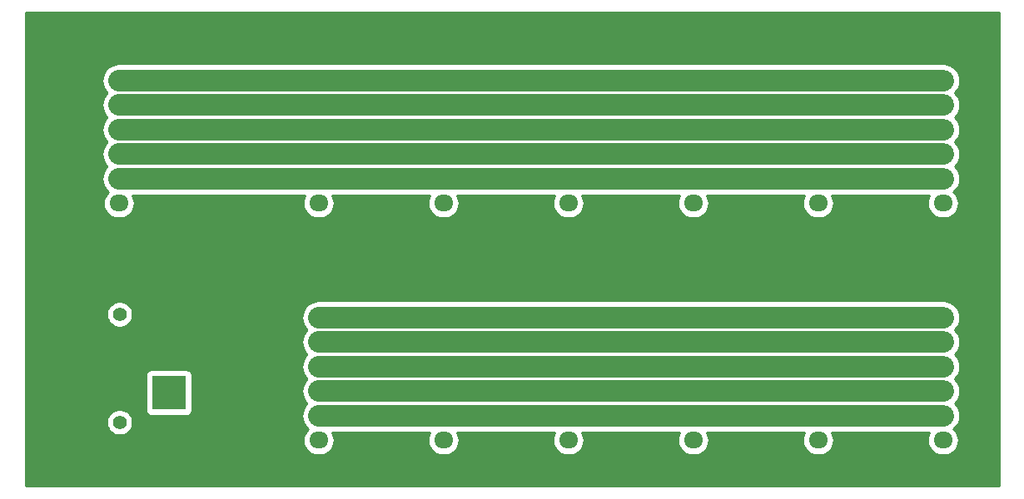
<source format=gbr>
%TF.GenerationSoftware,KiCad,Pcbnew,(5.1.9)-1*%
%TF.CreationDate,2021-11-23T19:46:46+00:00*%
%TF.ProjectId,6S parallel board,36532070-6172-4616-9c6c-656c20626f61,rev?*%
%TF.SameCoordinates,Original*%
%TF.FileFunction,Copper,L1,Top*%
%TF.FilePolarity,Positive*%
%FSLAX46Y46*%
G04 Gerber Fmt 4.6, Leading zero omitted, Abs format (unit mm)*
G04 Created by KiCad (PCBNEW (5.1.9)-1) date 2021-11-23 19:46:46*
%MOMM*%
%LPD*%
G01*
G04 APERTURE LIST*
%TA.AperFunction,ComponentPad*%
%ADD10O,1.950000X1.700000*%
%TD*%
%TA.AperFunction,ComponentPad*%
%ADD11C,1.400000*%
%TD*%
%TA.AperFunction,ComponentPad*%
%ADD12R,3.500000X3.500000*%
%TD*%
%TA.AperFunction,ComponentPad*%
%ADD13C,3.500000*%
%TD*%
%TA.AperFunction,Conductor*%
%ADD14C,2.200000*%
%TD*%
%TA.AperFunction,Conductor*%
%ADD15C,0.254000*%
%TD*%
%TA.AperFunction,Conductor*%
%ADD16C,0.100000*%
%TD*%
G04 APERTURE END LIST*
D10*
%TO.P,J14,7*%
%TO.N,GND*%
X170180000Y-130570000D03*
%TO.P,J14,6*%
%TO.N,/B6*%
X170180000Y-128070000D03*
%TO.P,J14,5*%
%TO.N,/B5*%
X170180000Y-125570000D03*
%TO.P,J14,4*%
%TO.N,/B4*%
X170180000Y-123070000D03*
%TO.P,J14,3*%
%TO.N,/B3*%
X170180000Y-120570000D03*
%TO.P,J14,2*%
%TO.N,/B2*%
X170180000Y-118070000D03*
%TO.P,J14,1*%
%TO.N,VCC*%
%TA.AperFunction,ComponentPad*%
G36*
G01*
X169455000Y-114720000D02*
X170905000Y-114720000D01*
G75*
G02*
X171155000Y-114970000I0J-250000D01*
G01*
X171155000Y-116170000D01*
G75*
G02*
X170905000Y-116420000I-250000J0D01*
G01*
X169455000Y-116420000D01*
G75*
G02*
X169205000Y-116170000I0J250000D01*
G01*
X169205000Y-114970000D01*
G75*
G02*
X169455000Y-114720000I250000J0D01*
G01*
G37*
%TD.AperFunction*%
%TD*%
%TO.P,J13,7*%
%TO.N,GND*%
X157480000Y-130570000D03*
%TO.P,J13,6*%
%TO.N,/B6*%
X157480000Y-128070000D03*
%TO.P,J13,5*%
%TO.N,/B5*%
X157480000Y-125570000D03*
%TO.P,J13,4*%
%TO.N,/B4*%
X157480000Y-123070000D03*
%TO.P,J13,3*%
%TO.N,/B3*%
X157480000Y-120570000D03*
%TO.P,J13,2*%
%TO.N,/B2*%
X157480000Y-118070000D03*
%TO.P,J13,1*%
%TO.N,VCC*%
%TA.AperFunction,ComponentPad*%
G36*
G01*
X156755000Y-114720000D02*
X158205000Y-114720000D01*
G75*
G02*
X158455000Y-114970000I0J-250000D01*
G01*
X158455000Y-116170000D01*
G75*
G02*
X158205000Y-116420000I-250000J0D01*
G01*
X156755000Y-116420000D01*
G75*
G02*
X156505000Y-116170000I0J250000D01*
G01*
X156505000Y-114970000D01*
G75*
G02*
X156755000Y-114720000I250000J0D01*
G01*
G37*
%TD.AperFunction*%
%TD*%
%TO.P,J12,7*%
%TO.N,GND*%
X144780000Y-130570000D03*
%TO.P,J12,6*%
%TO.N,/B6*%
X144780000Y-128070000D03*
%TO.P,J12,5*%
%TO.N,/B5*%
X144780000Y-125570000D03*
%TO.P,J12,4*%
%TO.N,/B4*%
X144780000Y-123070000D03*
%TO.P,J12,3*%
%TO.N,/B3*%
X144780000Y-120570000D03*
%TO.P,J12,2*%
%TO.N,/B2*%
X144780000Y-118070000D03*
%TO.P,J12,1*%
%TO.N,VCC*%
%TA.AperFunction,ComponentPad*%
G36*
G01*
X144055000Y-114720000D02*
X145505000Y-114720000D01*
G75*
G02*
X145755000Y-114970000I0J-250000D01*
G01*
X145755000Y-116170000D01*
G75*
G02*
X145505000Y-116420000I-250000J0D01*
G01*
X144055000Y-116420000D01*
G75*
G02*
X143805000Y-116170000I0J250000D01*
G01*
X143805000Y-114970000D01*
G75*
G02*
X144055000Y-114720000I250000J0D01*
G01*
G37*
%TD.AperFunction*%
%TD*%
%TO.P,J11,7*%
%TO.N,GND*%
X132080000Y-130570000D03*
%TO.P,J11,6*%
%TO.N,/B6*%
X132080000Y-128070000D03*
%TO.P,J11,5*%
%TO.N,/B5*%
X132080000Y-125570000D03*
%TO.P,J11,4*%
%TO.N,/B4*%
X132080000Y-123070000D03*
%TO.P,J11,3*%
%TO.N,/B3*%
X132080000Y-120570000D03*
%TO.P,J11,2*%
%TO.N,/B2*%
X132080000Y-118070000D03*
%TO.P,J11,1*%
%TO.N,VCC*%
%TA.AperFunction,ComponentPad*%
G36*
G01*
X131355000Y-114720000D02*
X132805000Y-114720000D01*
G75*
G02*
X133055000Y-114970000I0J-250000D01*
G01*
X133055000Y-116170000D01*
G75*
G02*
X132805000Y-116420000I-250000J0D01*
G01*
X131355000Y-116420000D01*
G75*
G02*
X131105000Y-116170000I0J250000D01*
G01*
X131105000Y-114970000D01*
G75*
G02*
X131355000Y-114720000I250000J0D01*
G01*
G37*
%TD.AperFunction*%
%TD*%
%TO.P,J10,7*%
%TO.N,GND*%
X119380000Y-130570000D03*
%TO.P,J10,6*%
%TO.N,/B6*%
X119380000Y-128070000D03*
%TO.P,J10,5*%
%TO.N,/B5*%
X119380000Y-125570000D03*
%TO.P,J10,4*%
%TO.N,/B4*%
X119380000Y-123070000D03*
%TO.P,J10,3*%
%TO.N,/B3*%
X119380000Y-120570000D03*
%TO.P,J10,2*%
%TO.N,/B2*%
X119380000Y-118070000D03*
%TO.P,J10,1*%
%TO.N,VCC*%
%TA.AperFunction,ComponentPad*%
G36*
G01*
X118655000Y-114720000D02*
X120105000Y-114720000D01*
G75*
G02*
X120355000Y-114970000I0J-250000D01*
G01*
X120355000Y-116170000D01*
G75*
G02*
X120105000Y-116420000I-250000J0D01*
G01*
X118655000Y-116420000D01*
G75*
G02*
X118405000Y-116170000I0J250000D01*
G01*
X118405000Y-114970000D01*
G75*
G02*
X118655000Y-114720000I250000J0D01*
G01*
G37*
%TD.AperFunction*%
%TD*%
%TO.P,J9,7*%
%TO.N,GND*%
X106680000Y-130570000D03*
%TO.P,J9,6*%
%TO.N,/B6*%
X106680000Y-128070000D03*
%TO.P,J9,5*%
%TO.N,/B5*%
X106680000Y-125570000D03*
%TO.P,J9,4*%
%TO.N,/B4*%
X106680000Y-123070000D03*
%TO.P,J9,3*%
%TO.N,/B3*%
X106680000Y-120570000D03*
%TO.P,J9,2*%
%TO.N,/B2*%
X106680000Y-118070000D03*
%TO.P,J9,1*%
%TO.N,VCC*%
%TA.AperFunction,ComponentPad*%
G36*
G01*
X105955000Y-114720000D02*
X107405000Y-114720000D01*
G75*
G02*
X107655000Y-114970000I0J-250000D01*
G01*
X107655000Y-116170000D01*
G75*
G02*
X107405000Y-116420000I-250000J0D01*
G01*
X105955000Y-116420000D01*
G75*
G02*
X105705000Y-116170000I0J250000D01*
G01*
X105705000Y-114970000D01*
G75*
G02*
X105955000Y-114720000I250000J0D01*
G01*
G37*
%TD.AperFunction*%
%TD*%
%TO.P,J8,7*%
%TO.N,GND*%
X170180000Y-106440000D03*
%TO.P,J8,6*%
%TO.N,/B6*%
X170180000Y-103940000D03*
%TO.P,J8,5*%
%TO.N,/B5*%
X170180000Y-101440000D03*
%TO.P,J8,4*%
%TO.N,/B4*%
X170180000Y-98940000D03*
%TO.P,J8,3*%
%TO.N,/B3*%
X170180000Y-96440000D03*
%TO.P,J8,2*%
%TO.N,/B2*%
X170180000Y-93940000D03*
%TO.P,J8,1*%
%TO.N,VCC*%
%TA.AperFunction,ComponentPad*%
G36*
G01*
X169455000Y-90590000D02*
X170905000Y-90590000D01*
G75*
G02*
X171155000Y-90840000I0J-250000D01*
G01*
X171155000Y-92040000D01*
G75*
G02*
X170905000Y-92290000I-250000J0D01*
G01*
X169455000Y-92290000D01*
G75*
G02*
X169205000Y-92040000I0J250000D01*
G01*
X169205000Y-90840000D01*
G75*
G02*
X169455000Y-90590000I250000J0D01*
G01*
G37*
%TD.AperFunction*%
%TD*%
%TO.P,J7,7*%
%TO.N,GND*%
X157480000Y-106440000D03*
%TO.P,J7,6*%
%TO.N,/B6*%
X157480000Y-103940000D03*
%TO.P,J7,5*%
%TO.N,/B5*%
X157480000Y-101440000D03*
%TO.P,J7,4*%
%TO.N,/B4*%
X157480000Y-98940000D03*
%TO.P,J7,3*%
%TO.N,/B3*%
X157480000Y-96440000D03*
%TO.P,J7,2*%
%TO.N,/B2*%
X157480000Y-93940000D03*
%TO.P,J7,1*%
%TO.N,VCC*%
%TA.AperFunction,ComponentPad*%
G36*
G01*
X156755000Y-90590000D02*
X158205000Y-90590000D01*
G75*
G02*
X158455000Y-90840000I0J-250000D01*
G01*
X158455000Y-92040000D01*
G75*
G02*
X158205000Y-92290000I-250000J0D01*
G01*
X156755000Y-92290000D01*
G75*
G02*
X156505000Y-92040000I0J250000D01*
G01*
X156505000Y-90840000D01*
G75*
G02*
X156755000Y-90590000I250000J0D01*
G01*
G37*
%TD.AperFunction*%
%TD*%
%TO.P,J6,7*%
%TO.N,GND*%
X144780000Y-106440000D03*
%TO.P,J6,6*%
%TO.N,/B6*%
X144780000Y-103940000D03*
%TO.P,J6,5*%
%TO.N,/B5*%
X144780000Y-101440000D03*
%TO.P,J6,4*%
%TO.N,/B4*%
X144780000Y-98940000D03*
%TO.P,J6,3*%
%TO.N,/B3*%
X144780000Y-96440000D03*
%TO.P,J6,2*%
%TO.N,/B2*%
X144780000Y-93940000D03*
%TO.P,J6,1*%
%TO.N,VCC*%
%TA.AperFunction,ComponentPad*%
G36*
G01*
X144055000Y-90590000D02*
X145505000Y-90590000D01*
G75*
G02*
X145755000Y-90840000I0J-250000D01*
G01*
X145755000Y-92040000D01*
G75*
G02*
X145505000Y-92290000I-250000J0D01*
G01*
X144055000Y-92290000D01*
G75*
G02*
X143805000Y-92040000I0J250000D01*
G01*
X143805000Y-90840000D01*
G75*
G02*
X144055000Y-90590000I250000J0D01*
G01*
G37*
%TD.AperFunction*%
%TD*%
%TO.P,J5,7*%
%TO.N,GND*%
X132080000Y-106440000D03*
%TO.P,J5,6*%
%TO.N,/B6*%
X132080000Y-103940000D03*
%TO.P,J5,5*%
%TO.N,/B5*%
X132080000Y-101440000D03*
%TO.P,J5,4*%
%TO.N,/B4*%
X132080000Y-98940000D03*
%TO.P,J5,3*%
%TO.N,/B3*%
X132080000Y-96440000D03*
%TO.P,J5,2*%
%TO.N,/B2*%
X132080000Y-93940000D03*
%TO.P,J5,1*%
%TO.N,VCC*%
%TA.AperFunction,ComponentPad*%
G36*
G01*
X131355000Y-90590000D02*
X132805000Y-90590000D01*
G75*
G02*
X133055000Y-90840000I0J-250000D01*
G01*
X133055000Y-92040000D01*
G75*
G02*
X132805000Y-92290000I-250000J0D01*
G01*
X131355000Y-92290000D01*
G75*
G02*
X131105000Y-92040000I0J250000D01*
G01*
X131105000Y-90840000D01*
G75*
G02*
X131355000Y-90590000I250000J0D01*
G01*
G37*
%TD.AperFunction*%
%TD*%
%TO.P,J4,7*%
%TO.N,GND*%
X119380000Y-106440000D03*
%TO.P,J4,6*%
%TO.N,/B6*%
X119380000Y-103940000D03*
%TO.P,J4,5*%
%TO.N,/B5*%
X119380000Y-101440000D03*
%TO.P,J4,4*%
%TO.N,/B4*%
X119380000Y-98940000D03*
%TO.P,J4,3*%
%TO.N,/B3*%
X119380000Y-96440000D03*
%TO.P,J4,2*%
%TO.N,/B2*%
X119380000Y-93940000D03*
%TO.P,J4,1*%
%TO.N,VCC*%
%TA.AperFunction,ComponentPad*%
G36*
G01*
X118655000Y-90590000D02*
X120105000Y-90590000D01*
G75*
G02*
X120355000Y-90840000I0J-250000D01*
G01*
X120355000Y-92040000D01*
G75*
G02*
X120105000Y-92290000I-250000J0D01*
G01*
X118655000Y-92290000D01*
G75*
G02*
X118405000Y-92040000I0J250000D01*
G01*
X118405000Y-90840000D01*
G75*
G02*
X118655000Y-90590000I250000J0D01*
G01*
G37*
%TD.AperFunction*%
%TD*%
%TO.P,J3,7*%
%TO.N,GND*%
X106680000Y-106440000D03*
%TO.P,J3,6*%
%TO.N,/B6*%
X106680000Y-103940000D03*
%TO.P,J3,5*%
%TO.N,/B5*%
X106680000Y-101440000D03*
%TO.P,J3,4*%
%TO.N,/B4*%
X106680000Y-98940000D03*
%TO.P,J3,3*%
%TO.N,/B3*%
X106680000Y-96440000D03*
%TO.P,J3,2*%
%TO.N,/B2*%
X106680000Y-93940000D03*
%TO.P,J3,1*%
%TO.N,VCC*%
%TA.AperFunction,ComponentPad*%
G36*
G01*
X105955000Y-90590000D02*
X107405000Y-90590000D01*
G75*
G02*
X107655000Y-90840000I0J-250000D01*
G01*
X107655000Y-92040000D01*
G75*
G02*
X107405000Y-92290000I-250000J0D01*
G01*
X105955000Y-92290000D01*
G75*
G02*
X105705000Y-92040000I0J250000D01*
G01*
X105705000Y-90840000D01*
G75*
G02*
X105955000Y-90590000I250000J0D01*
G01*
G37*
%TD.AperFunction*%
%TD*%
%TO.P,J2,7*%
%TO.N,GND*%
X86360000Y-106440000D03*
%TO.P,J2,6*%
%TO.N,/B6*%
X86360000Y-103940000D03*
%TO.P,J2,5*%
%TO.N,/B5*%
X86360000Y-101440000D03*
%TO.P,J2,4*%
%TO.N,/B4*%
X86360000Y-98940000D03*
%TO.P,J2,3*%
%TO.N,/B3*%
X86360000Y-96440000D03*
%TO.P,J2,2*%
%TO.N,/B2*%
X86360000Y-93940000D03*
%TO.P,J2,1*%
%TO.N,VCC*%
%TA.AperFunction,ComponentPad*%
G36*
G01*
X85635000Y-90590000D02*
X87085000Y-90590000D01*
G75*
G02*
X87335000Y-90840000I0J-250000D01*
G01*
X87335000Y-92040000D01*
G75*
G02*
X87085000Y-92290000I-250000J0D01*
G01*
X85635000Y-92290000D01*
G75*
G02*
X85385000Y-92040000I0J250000D01*
G01*
X85385000Y-90840000D01*
G75*
G02*
X85635000Y-90590000I250000J0D01*
G01*
G37*
%TD.AperFunction*%
%TD*%
D11*
%TO.P,J1,*%
%TO.N,*%
X86440000Y-128730000D03*
X86440000Y-117730000D03*
D12*
%TO.P,J1,1*%
%TO.N,GND*%
X91440000Y-125730000D03*
D13*
%TO.P,J1,2*%
%TO.N,VCC*%
X91440000Y-120730000D03*
%TD*%
D14*
%TO.N,/B4*%
X86360000Y-98940000D02*
X170180000Y-98940000D01*
X106680000Y-123070000D02*
X170180000Y-123070000D01*
%TO.N,/B3*%
X86360000Y-96440000D02*
X170180000Y-96440000D01*
X170180000Y-120570000D02*
X106680000Y-120570000D01*
%TO.N,/B2*%
X86360000Y-93940000D02*
X170180000Y-93940000D01*
X106680000Y-118070000D02*
X170180000Y-118070000D01*
%TO.N,/B6*%
X86360000Y-103940000D02*
X170180000Y-103940000D01*
X106680000Y-128070000D02*
X170180000Y-128070000D01*
%TO.N,/B5*%
X86360000Y-101440000D02*
X170180000Y-101440000D01*
X170180000Y-125570000D02*
X106680000Y-125570000D01*
%TD*%
D15*
%TO.N,VCC*%
X175845001Y-135205000D02*
X76885000Y-135205000D01*
X76885000Y-128598514D01*
X85105000Y-128598514D01*
X85105000Y-128861486D01*
X85156304Y-129119405D01*
X85256939Y-129362359D01*
X85403038Y-129581013D01*
X85588987Y-129766962D01*
X85807641Y-129913061D01*
X86050595Y-130013696D01*
X86308514Y-130065000D01*
X86571486Y-130065000D01*
X86829405Y-130013696D01*
X87072359Y-129913061D01*
X87291013Y-129766962D01*
X87476962Y-129581013D01*
X87623061Y-129362359D01*
X87723696Y-129119405D01*
X87775000Y-128861486D01*
X87775000Y-128598514D01*
X87723696Y-128340595D01*
X87623061Y-128097641D01*
X87476962Y-127878987D01*
X87291013Y-127693038D01*
X87072359Y-127546939D01*
X86829405Y-127446304D01*
X86571486Y-127395000D01*
X86308514Y-127395000D01*
X86050595Y-127446304D01*
X85807641Y-127546939D01*
X85588987Y-127693038D01*
X85403038Y-127878987D01*
X85256939Y-128097641D01*
X85156304Y-128340595D01*
X85105000Y-128598514D01*
X76885000Y-128598514D01*
X76885000Y-123980000D01*
X89051928Y-123980000D01*
X89051928Y-127480000D01*
X89064188Y-127604482D01*
X89100498Y-127724180D01*
X89159463Y-127834494D01*
X89238815Y-127931185D01*
X89335506Y-128010537D01*
X89445820Y-128069502D01*
X89565518Y-128105812D01*
X89690000Y-128118072D01*
X93190000Y-128118072D01*
X93314482Y-128105812D01*
X93434180Y-128069502D01*
X93544494Y-128010537D01*
X93641185Y-127931185D01*
X93720537Y-127834494D01*
X93779502Y-127724180D01*
X93815812Y-127604482D01*
X93828072Y-127480000D01*
X93828072Y-123980000D01*
X93815812Y-123855518D01*
X93779502Y-123735820D01*
X93720537Y-123625506D01*
X93641185Y-123528815D01*
X93544494Y-123449463D01*
X93434180Y-123390498D01*
X93314482Y-123354188D01*
X93190000Y-123341928D01*
X89690000Y-123341928D01*
X89565518Y-123354188D01*
X89445820Y-123390498D01*
X89335506Y-123449463D01*
X89238815Y-123528815D01*
X89159463Y-123625506D01*
X89100498Y-123735820D01*
X89064188Y-123855518D01*
X89051928Y-123980000D01*
X76885000Y-123980000D01*
X76885000Y-117598514D01*
X85105000Y-117598514D01*
X85105000Y-117861486D01*
X85156304Y-118119405D01*
X85256939Y-118362359D01*
X85403038Y-118581013D01*
X85588987Y-118766962D01*
X85807641Y-118913061D01*
X86050595Y-119013696D01*
X86308514Y-119065000D01*
X86571486Y-119065000D01*
X86829405Y-119013696D01*
X87072359Y-118913061D01*
X87291013Y-118766962D01*
X87476962Y-118581013D01*
X87623061Y-118362359D01*
X87723696Y-118119405D01*
X87733523Y-118070000D01*
X104936606Y-118070000D01*
X104970105Y-118410119D01*
X105069314Y-118737168D01*
X105230421Y-119038578D01*
X105447234Y-119302766D01*
X105468234Y-119320000D01*
X105447234Y-119337234D01*
X105230421Y-119601422D01*
X105069314Y-119902832D01*
X104970105Y-120229881D01*
X104936606Y-120570000D01*
X104970105Y-120910119D01*
X105069314Y-121237168D01*
X105230421Y-121538578D01*
X105447234Y-121802766D01*
X105468234Y-121820000D01*
X105447234Y-121837234D01*
X105230421Y-122101422D01*
X105069314Y-122402832D01*
X104970105Y-122729881D01*
X104936606Y-123070000D01*
X104970105Y-123410119D01*
X105069314Y-123737168D01*
X105230421Y-124038578D01*
X105447234Y-124302766D01*
X105468234Y-124320000D01*
X105447234Y-124337234D01*
X105230421Y-124601422D01*
X105069314Y-124902832D01*
X104970105Y-125229881D01*
X104936606Y-125570000D01*
X104970105Y-125910119D01*
X105069314Y-126237168D01*
X105230421Y-126538578D01*
X105447234Y-126802766D01*
X105468234Y-126820000D01*
X105447234Y-126837234D01*
X105230421Y-127101422D01*
X105069314Y-127402832D01*
X104970105Y-127729881D01*
X104936606Y-128070000D01*
X104970105Y-128410119D01*
X105069314Y-128737168D01*
X105230421Y-129038578D01*
X105447234Y-129302766D01*
X105602772Y-129430413D01*
X105499866Y-129514866D01*
X105314294Y-129740986D01*
X105176401Y-129998966D01*
X105091487Y-130278889D01*
X105062815Y-130570000D01*
X105091487Y-130861111D01*
X105176401Y-131141034D01*
X105314294Y-131399014D01*
X105499866Y-131625134D01*
X105725986Y-131810706D01*
X105983966Y-131948599D01*
X106263889Y-132033513D01*
X106482050Y-132055000D01*
X106877950Y-132055000D01*
X107096111Y-132033513D01*
X107376034Y-131948599D01*
X107634014Y-131810706D01*
X107860134Y-131625134D01*
X108045706Y-131399014D01*
X108183599Y-131141034D01*
X108268513Y-130861111D01*
X108297185Y-130570000D01*
X108268513Y-130278889D01*
X108183599Y-129998966D01*
X108079922Y-129805000D01*
X117980078Y-129805000D01*
X117876401Y-129998966D01*
X117791487Y-130278889D01*
X117762815Y-130570000D01*
X117791487Y-130861111D01*
X117876401Y-131141034D01*
X118014294Y-131399014D01*
X118199866Y-131625134D01*
X118425986Y-131810706D01*
X118683966Y-131948599D01*
X118963889Y-132033513D01*
X119182050Y-132055000D01*
X119577950Y-132055000D01*
X119796111Y-132033513D01*
X120076034Y-131948599D01*
X120334014Y-131810706D01*
X120560134Y-131625134D01*
X120745706Y-131399014D01*
X120883599Y-131141034D01*
X120968513Y-130861111D01*
X120997185Y-130570000D01*
X120968513Y-130278889D01*
X120883599Y-129998966D01*
X120779922Y-129805000D01*
X130680078Y-129805000D01*
X130576401Y-129998966D01*
X130491487Y-130278889D01*
X130462815Y-130570000D01*
X130491487Y-130861111D01*
X130576401Y-131141034D01*
X130714294Y-131399014D01*
X130899866Y-131625134D01*
X131125986Y-131810706D01*
X131383966Y-131948599D01*
X131663889Y-132033513D01*
X131882050Y-132055000D01*
X132277950Y-132055000D01*
X132496111Y-132033513D01*
X132776034Y-131948599D01*
X133034014Y-131810706D01*
X133260134Y-131625134D01*
X133445706Y-131399014D01*
X133583599Y-131141034D01*
X133668513Y-130861111D01*
X133697185Y-130570000D01*
X133668513Y-130278889D01*
X133583599Y-129998966D01*
X133479922Y-129805000D01*
X143380078Y-129805000D01*
X143276401Y-129998966D01*
X143191487Y-130278889D01*
X143162815Y-130570000D01*
X143191487Y-130861111D01*
X143276401Y-131141034D01*
X143414294Y-131399014D01*
X143599866Y-131625134D01*
X143825986Y-131810706D01*
X144083966Y-131948599D01*
X144363889Y-132033513D01*
X144582050Y-132055000D01*
X144977950Y-132055000D01*
X145196111Y-132033513D01*
X145476034Y-131948599D01*
X145734014Y-131810706D01*
X145960134Y-131625134D01*
X146145706Y-131399014D01*
X146283599Y-131141034D01*
X146368513Y-130861111D01*
X146397185Y-130570000D01*
X146368513Y-130278889D01*
X146283599Y-129998966D01*
X146179922Y-129805000D01*
X156080078Y-129805000D01*
X155976401Y-129998966D01*
X155891487Y-130278889D01*
X155862815Y-130570000D01*
X155891487Y-130861111D01*
X155976401Y-131141034D01*
X156114294Y-131399014D01*
X156299866Y-131625134D01*
X156525986Y-131810706D01*
X156783966Y-131948599D01*
X157063889Y-132033513D01*
X157282050Y-132055000D01*
X157677950Y-132055000D01*
X157896111Y-132033513D01*
X158176034Y-131948599D01*
X158434014Y-131810706D01*
X158660134Y-131625134D01*
X158845706Y-131399014D01*
X158983599Y-131141034D01*
X159068513Y-130861111D01*
X159097185Y-130570000D01*
X159068513Y-130278889D01*
X158983599Y-129998966D01*
X158879922Y-129805000D01*
X168780078Y-129805000D01*
X168676401Y-129998966D01*
X168591487Y-130278889D01*
X168562815Y-130570000D01*
X168591487Y-130861111D01*
X168676401Y-131141034D01*
X168814294Y-131399014D01*
X168999866Y-131625134D01*
X169225986Y-131810706D01*
X169483966Y-131948599D01*
X169763889Y-132033513D01*
X169982050Y-132055000D01*
X170377950Y-132055000D01*
X170596111Y-132033513D01*
X170876034Y-131948599D01*
X171134014Y-131810706D01*
X171360134Y-131625134D01*
X171545706Y-131399014D01*
X171683599Y-131141034D01*
X171768513Y-130861111D01*
X171797185Y-130570000D01*
X171768513Y-130278889D01*
X171683599Y-129998966D01*
X171545706Y-129740986D01*
X171360134Y-129514866D01*
X171257228Y-129430413D01*
X171412766Y-129302766D01*
X171629579Y-129038578D01*
X171790686Y-128737168D01*
X171889895Y-128410119D01*
X171923394Y-128070000D01*
X171889895Y-127729881D01*
X171790686Y-127402832D01*
X171629579Y-127101422D01*
X171412766Y-126837234D01*
X171391766Y-126820000D01*
X171412766Y-126802766D01*
X171629579Y-126538578D01*
X171790686Y-126237168D01*
X171889895Y-125910119D01*
X171923394Y-125570000D01*
X171889895Y-125229881D01*
X171790686Y-124902832D01*
X171629579Y-124601422D01*
X171412766Y-124337234D01*
X171391766Y-124320000D01*
X171412766Y-124302766D01*
X171629579Y-124038578D01*
X171790686Y-123737168D01*
X171889895Y-123410119D01*
X171923394Y-123070000D01*
X171889895Y-122729881D01*
X171790686Y-122402832D01*
X171629579Y-122101422D01*
X171412766Y-121837234D01*
X171391766Y-121820000D01*
X171412766Y-121802766D01*
X171629579Y-121538578D01*
X171790686Y-121237168D01*
X171889895Y-120910119D01*
X171923394Y-120570000D01*
X171889895Y-120229881D01*
X171790686Y-119902832D01*
X171629579Y-119601422D01*
X171412766Y-119337234D01*
X171391766Y-119320000D01*
X171412766Y-119302766D01*
X171629579Y-119038578D01*
X171790686Y-118737168D01*
X171889895Y-118410119D01*
X171923394Y-118070000D01*
X171889895Y-117729881D01*
X171790686Y-117402832D01*
X171629579Y-117101422D01*
X171412766Y-116837234D01*
X171148578Y-116620421D01*
X170847168Y-116459314D01*
X170520119Y-116360105D01*
X170265225Y-116335000D01*
X106594775Y-116335000D01*
X106339881Y-116360105D01*
X106012832Y-116459314D01*
X105711422Y-116620421D01*
X105447234Y-116837234D01*
X105230421Y-117101422D01*
X105069314Y-117402832D01*
X104970105Y-117729881D01*
X104936606Y-118070000D01*
X87733523Y-118070000D01*
X87775000Y-117861486D01*
X87775000Y-117598514D01*
X87723696Y-117340595D01*
X87623061Y-117097641D01*
X87476962Y-116878987D01*
X87291013Y-116693038D01*
X87072359Y-116546939D01*
X86829405Y-116446304D01*
X86571486Y-116395000D01*
X86308514Y-116395000D01*
X86050595Y-116446304D01*
X85807641Y-116546939D01*
X85588987Y-116693038D01*
X85403038Y-116878987D01*
X85256939Y-117097641D01*
X85156304Y-117340595D01*
X85105000Y-117598514D01*
X76885000Y-117598514D01*
X76885000Y-93940000D01*
X84616606Y-93940000D01*
X84650105Y-94280119D01*
X84749314Y-94607168D01*
X84910421Y-94908578D01*
X85127234Y-95172766D01*
X85148234Y-95190000D01*
X85127234Y-95207234D01*
X84910421Y-95471422D01*
X84749314Y-95772832D01*
X84650105Y-96099881D01*
X84616606Y-96440000D01*
X84650105Y-96780119D01*
X84749314Y-97107168D01*
X84910421Y-97408578D01*
X85127234Y-97672766D01*
X85148234Y-97690000D01*
X85127234Y-97707234D01*
X84910421Y-97971422D01*
X84749314Y-98272832D01*
X84650105Y-98599881D01*
X84616606Y-98940000D01*
X84650105Y-99280119D01*
X84749314Y-99607168D01*
X84910421Y-99908578D01*
X85127234Y-100172766D01*
X85148234Y-100190000D01*
X85127234Y-100207234D01*
X84910421Y-100471422D01*
X84749314Y-100772832D01*
X84650105Y-101099881D01*
X84616606Y-101440000D01*
X84650105Y-101780119D01*
X84749314Y-102107168D01*
X84910421Y-102408578D01*
X85127234Y-102672766D01*
X85148234Y-102690000D01*
X85127234Y-102707234D01*
X84910421Y-102971422D01*
X84749314Y-103272832D01*
X84650105Y-103599881D01*
X84616606Y-103940000D01*
X84650105Y-104280119D01*
X84749314Y-104607168D01*
X84910421Y-104908578D01*
X85127234Y-105172766D01*
X85282772Y-105300413D01*
X85179866Y-105384866D01*
X84994294Y-105610986D01*
X84856401Y-105868966D01*
X84771487Y-106148889D01*
X84742815Y-106440000D01*
X84771487Y-106731111D01*
X84856401Y-107011034D01*
X84994294Y-107269014D01*
X85179866Y-107495134D01*
X85405986Y-107680706D01*
X85663966Y-107818599D01*
X85943889Y-107903513D01*
X86162050Y-107925000D01*
X86557950Y-107925000D01*
X86776111Y-107903513D01*
X87056034Y-107818599D01*
X87314014Y-107680706D01*
X87540134Y-107495134D01*
X87725706Y-107269014D01*
X87863599Y-107011034D01*
X87948513Y-106731111D01*
X87977185Y-106440000D01*
X87948513Y-106148889D01*
X87863599Y-105868966D01*
X87759922Y-105675000D01*
X105280078Y-105675000D01*
X105176401Y-105868966D01*
X105091487Y-106148889D01*
X105062815Y-106440000D01*
X105091487Y-106731111D01*
X105176401Y-107011034D01*
X105314294Y-107269014D01*
X105499866Y-107495134D01*
X105725986Y-107680706D01*
X105983966Y-107818599D01*
X106263889Y-107903513D01*
X106482050Y-107925000D01*
X106877950Y-107925000D01*
X107096111Y-107903513D01*
X107376034Y-107818599D01*
X107634014Y-107680706D01*
X107860134Y-107495134D01*
X108045706Y-107269014D01*
X108183599Y-107011034D01*
X108268513Y-106731111D01*
X108297185Y-106440000D01*
X108268513Y-106148889D01*
X108183599Y-105868966D01*
X108079922Y-105675000D01*
X117980078Y-105675000D01*
X117876401Y-105868966D01*
X117791487Y-106148889D01*
X117762815Y-106440000D01*
X117791487Y-106731111D01*
X117876401Y-107011034D01*
X118014294Y-107269014D01*
X118199866Y-107495134D01*
X118425986Y-107680706D01*
X118683966Y-107818599D01*
X118963889Y-107903513D01*
X119182050Y-107925000D01*
X119577950Y-107925000D01*
X119796111Y-107903513D01*
X120076034Y-107818599D01*
X120334014Y-107680706D01*
X120560134Y-107495134D01*
X120745706Y-107269014D01*
X120883599Y-107011034D01*
X120968513Y-106731111D01*
X120997185Y-106440000D01*
X120968513Y-106148889D01*
X120883599Y-105868966D01*
X120779922Y-105675000D01*
X130680078Y-105675000D01*
X130576401Y-105868966D01*
X130491487Y-106148889D01*
X130462815Y-106440000D01*
X130491487Y-106731111D01*
X130576401Y-107011034D01*
X130714294Y-107269014D01*
X130899866Y-107495134D01*
X131125986Y-107680706D01*
X131383966Y-107818599D01*
X131663889Y-107903513D01*
X131882050Y-107925000D01*
X132277950Y-107925000D01*
X132496111Y-107903513D01*
X132776034Y-107818599D01*
X133034014Y-107680706D01*
X133260134Y-107495134D01*
X133445706Y-107269014D01*
X133583599Y-107011034D01*
X133668513Y-106731111D01*
X133697185Y-106440000D01*
X133668513Y-106148889D01*
X133583599Y-105868966D01*
X133479922Y-105675000D01*
X143380078Y-105675000D01*
X143276401Y-105868966D01*
X143191487Y-106148889D01*
X143162815Y-106440000D01*
X143191487Y-106731111D01*
X143276401Y-107011034D01*
X143414294Y-107269014D01*
X143599866Y-107495134D01*
X143825986Y-107680706D01*
X144083966Y-107818599D01*
X144363889Y-107903513D01*
X144582050Y-107925000D01*
X144977950Y-107925000D01*
X145196111Y-107903513D01*
X145476034Y-107818599D01*
X145734014Y-107680706D01*
X145960134Y-107495134D01*
X146145706Y-107269014D01*
X146283599Y-107011034D01*
X146368513Y-106731111D01*
X146397185Y-106440000D01*
X146368513Y-106148889D01*
X146283599Y-105868966D01*
X146179922Y-105675000D01*
X156080078Y-105675000D01*
X155976401Y-105868966D01*
X155891487Y-106148889D01*
X155862815Y-106440000D01*
X155891487Y-106731111D01*
X155976401Y-107011034D01*
X156114294Y-107269014D01*
X156299866Y-107495134D01*
X156525986Y-107680706D01*
X156783966Y-107818599D01*
X157063889Y-107903513D01*
X157282050Y-107925000D01*
X157677950Y-107925000D01*
X157896111Y-107903513D01*
X158176034Y-107818599D01*
X158434014Y-107680706D01*
X158660134Y-107495134D01*
X158845706Y-107269014D01*
X158983599Y-107011034D01*
X159068513Y-106731111D01*
X159097185Y-106440000D01*
X159068513Y-106148889D01*
X158983599Y-105868966D01*
X158879922Y-105675000D01*
X168780078Y-105675000D01*
X168676401Y-105868966D01*
X168591487Y-106148889D01*
X168562815Y-106440000D01*
X168591487Y-106731111D01*
X168676401Y-107011034D01*
X168814294Y-107269014D01*
X168999866Y-107495134D01*
X169225986Y-107680706D01*
X169483966Y-107818599D01*
X169763889Y-107903513D01*
X169982050Y-107925000D01*
X170377950Y-107925000D01*
X170596111Y-107903513D01*
X170876034Y-107818599D01*
X171134014Y-107680706D01*
X171360134Y-107495134D01*
X171545706Y-107269014D01*
X171683599Y-107011034D01*
X171768513Y-106731111D01*
X171797185Y-106440000D01*
X171768513Y-106148889D01*
X171683599Y-105868966D01*
X171545706Y-105610986D01*
X171360134Y-105384866D01*
X171257228Y-105300413D01*
X171412766Y-105172766D01*
X171629579Y-104908578D01*
X171790686Y-104607168D01*
X171889895Y-104280119D01*
X171923394Y-103940000D01*
X171889895Y-103599881D01*
X171790686Y-103272832D01*
X171629579Y-102971422D01*
X171412766Y-102707234D01*
X171391766Y-102690000D01*
X171412766Y-102672766D01*
X171629579Y-102408578D01*
X171790686Y-102107168D01*
X171889895Y-101780119D01*
X171923394Y-101440000D01*
X171889895Y-101099881D01*
X171790686Y-100772832D01*
X171629579Y-100471422D01*
X171412766Y-100207234D01*
X171391766Y-100190000D01*
X171412766Y-100172766D01*
X171629579Y-99908578D01*
X171790686Y-99607168D01*
X171889895Y-99280119D01*
X171923394Y-98940000D01*
X171889895Y-98599881D01*
X171790686Y-98272832D01*
X171629579Y-97971422D01*
X171412766Y-97707234D01*
X171391766Y-97690000D01*
X171412766Y-97672766D01*
X171629579Y-97408578D01*
X171790686Y-97107168D01*
X171889895Y-96780119D01*
X171923394Y-96440000D01*
X171889895Y-96099881D01*
X171790686Y-95772832D01*
X171629579Y-95471422D01*
X171412766Y-95207234D01*
X171391766Y-95190000D01*
X171412766Y-95172766D01*
X171629579Y-94908578D01*
X171790686Y-94607168D01*
X171889895Y-94280119D01*
X171923394Y-93940000D01*
X171889895Y-93599881D01*
X171790686Y-93272832D01*
X171629579Y-92971422D01*
X171412766Y-92707234D01*
X171148578Y-92490421D01*
X170847168Y-92329314D01*
X170520119Y-92230105D01*
X170265225Y-92205000D01*
X86274775Y-92205000D01*
X86019881Y-92230105D01*
X85692832Y-92329314D01*
X85391422Y-92490421D01*
X85127234Y-92707234D01*
X84910421Y-92971422D01*
X84749314Y-93272832D01*
X84650105Y-93599881D01*
X84616606Y-93940000D01*
X76885000Y-93940000D01*
X76885000Y-87045000D01*
X175845000Y-87045000D01*
X175845001Y-135205000D01*
%TA.AperFunction,Conductor*%
D16*
G36*
X175845001Y-135205000D02*
G01*
X76885000Y-135205000D01*
X76885000Y-128598514D01*
X85105000Y-128598514D01*
X85105000Y-128861486D01*
X85156304Y-129119405D01*
X85256939Y-129362359D01*
X85403038Y-129581013D01*
X85588987Y-129766962D01*
X85807641Y-129913061D01*
X86050595Y-130013696D01*
X86308514Y-130065000D01*
X86571486Y-130065000D01*
X86829405Y-130013696D01*
X87072359Y-129913061D01*
X87291013Y-129766962D01*
X87476962Y-129581013D01*
X87623061Y-129362359D01*
X87723696Y-129119405D01*
X87775000Y-128861486D01*
X87775000Y-128598514D01*
X87723696Y-128340595D01*
X87623061Y-128097641D01*
X87476962Y-127878987D01*
X87291013Y-127693038D01*
X87072359Y-127546939D01*
X86829405Y-127446304D01*
X86571486Y-127395000D01*
X86308514Y-127395000D01*
X86050595Y-127446304D01*
X85807641Y-127546939D01*
X85588987Y-127693038D01*
X85403038Y-127878987D01*
X85256939Y-128097641D01*
X85156304Y-128340595D01*
X85105000Y-128598514D01*
X76885000Y-128598514D01*
X76885000Y-123980000D01*
X89051928Y-123980000D01*
X89051928Y-127480000D01*
X89064188Y-127604482D01*
X89100498Y-127724180D01*
X89159463Y-127834494D01*
X89238815Y-127931185D01*
X89335506Y-128010537D01*
X89445820Y-128069502D01*
X89565518Y-128105812D01*
X89690000Y-128118072D01*
X93190000Y-128118072D01*
X93314482Y-128105812D01*
X93434180Y-128069502D01*
X93544494Y-128010537D01*
X93641185Y-127931185D01*
X93720537Y-127834494D01*
X93779502Y-127724180D01*
X93815812Y-127604482D01*
X93828072Y-127480000D01*
X93828072Y-123980000D01*
X93815812Y-123855518D01*
X93779502Y-123735820D01*
X93720537Y-123625506D01*
X93641185Y-123528815D01*
X93544494Y-123449463D01*
X93434180Y-123390498D01*
X93314482Y-123354188D01*
X93190000Y-123341928D01*
X89690000Y-123341928D01*
X89565518Y-123354188D01*
X89445820Y-123390498D01*
X89335506Y-123449463D01*
X89238815Y-123528815D01*
X89159463Y-123625506D01*
X89100498Y-123735820D01*
X89064188Y-123855518D01*
X89051928Y-123980000D01*
X76885000Y-123980000D01*
X76885000Y-117598514D01*
X85105000Y-117598514D01*
X85105000Y-117861486D01*
X85156304Y-118119405D01*
X85256939Y-118362359D01*
X85403038Y-118581013D01*
X85588987Y-118766962D01*
X85807641Y-118913061D01*
X86050595Y-119013696D01*
X86308514Y-119065000D01*
X86571486Y-119065000D01*
X86829405Y-119013696D01*
X87072359Y-118913061D01*
X87291013Y-118766962D01*
X87476962Y-118581013D01*
X87623061Y-118362359D01*
X87723696Y-118119405D01*
X87733523Y-118070000D01*
X104936606Y-118070000D01*
X104970105Y-118410119D01*
X105069314Y-118737168D01*
X105230421Y-119038578D01*
X105447234Y-119302766D01*
X105468234Y-119320000D01*
X105447234Y-119337234D01*
X105230421Y-119601422D01*
X105069314Y-119902832D01*
X104970105Y-120229881D01*
X104936606Y-120570000D01*
X104970105Y-120910119D01*
X105069314Y-121237168D01*
X105230421Y-121538578D01*
X105447234Y-121802766D01*
X105468234Y-121820000D01*
X105447234Y-121837234D01*
X105230421Y-122101422D01*
X105069314Y-122402832D01*
X104970105Y-122729881D01*
X104936606Y-123070000D01*
X104970105Y-123410119D01*
X105069314Y-123737168D01*
X105230421Y-124038578D01*
X105447234Y-124302766D01*
X105468234Y-124320000D01*
X105447234Y-124337234D01*
X105230421Y-124601422D01*
X105069314Y-124902832D01*
X104970105Y-125229881D01*
X104936606Y-125570000D01*
X104970105Y-125910119D01*
X105069314Y-126237168D01*
X105230421Y-126538578D01*
X105447234Y-126802766D01*
X105468234Y-126820000D01*
X105447234Y-126837234D01*
X105230421Y-127101422D01*
X105069314Y-127402832D01*
X104970105Y-127729881D01*
X104936606Y-128070000D01*
X104970105Y-128410119D01*
X105069314Y-128737168D01*
X105230421Y-129038578D01*
X105447234Y-129302766D01*
X105602772Y-129430413D01*
X105499866Y-129514866D01*
X105314294Y-129740986D01*
X105176401Y-129998966D01*
X105091487Y-130278889D01*
X105062815Y-130570000D01*
X105091487Y-130861111D01*
X105176401Y-131141034D01*
X105314294Y-131399014D01*
X105499866Y-131625134D01*
X105725986Y-131810706D01*
X105983966Y-131948599D01*
X106263889Y-132033513D01*
X106482050Y-132055000D01*
X106877950Y-132055000D01*
X107096111Y-132033513D01*
X107376034Y-131948599D01*
X107634014Y-131810706D01*
X107860134Y-131625134D01*
X108045706Y-131399014D01*
X108183599Y-131141034D01*
X108268513Y-130861111D01*
X108297185Y-130570000D01*
X108268513Y-130278889D01*
X108183599Y-129998966D01*
X108079922Y-129805000D01*
X117980078Y-129805000D01*
X117876401Y-129998966D01*
X117791487Y-130278889D01*
X117762815Y-130570000D01*
X117791487Y-130861111D01*
X117876401Y-131141034D01*
X118014294Y-131399014D01*
X118199866Y-131625134D01*
X118425986Y-131810706D01*
X118683966Y-131948599D01*
X118963889Y-132033513D01*
X119182050Y-132055000D01*
X119577950Y-132055000D01*
X119796111Y-132033513D01*
X120076034Y-131948599D01*
X120334014Y-131810706D01*
X120560134Y-131625134D01*
X120745706Y-131399014D01*
X120883599Y-131141034D01*
X120968513Y-130861111D01*
X120997185Y-130570000D01*
X120968513Y-130278889D01*
X120883599Y-129998966D01*
X120779922Y-129805000D01*
X130680078Y-129805000D01*
X130576401Y-129998966D01*
X130491487Y-130278889D01*
X130462815Y-130570000D01*
X130491487Y-130861111D01*
X130576401Y-131141034D01*
X130714294Y-131399014D01*
X130899866Y-131625134D01*
X131125986Y-131810706D01*
X131383966Y-131948599D01*
X131663889Y-132033513D01*
X131882050Y-132055000D01*
X132277950Y-132055000D01*
X132496111Y-132033513D01*
X132776034Y-131948599D01*
X133034014Y-131810706D01*
X133260134Y-131625134D01*
X133445706Y-131399014D01*
X133583599Y-131141034D01*
X133668513Y-130861111D01*
X133697185Y-130570000D01*
X133668513Y-130278889D01*
X133583599Y-129998966D01*
X133479922Y-129805000D01*
X143380078Y-129805000D01*
X143276401Y-129998966D01*
X143191487Y-130278889D01*
X143162815Y-130570000D01*
X143191487Y-130861111D01*
X143276401Y-131141034D01*
X143414294Y-131399014D01*
X143599866Y-131625134D01*
X143825986Y-131810706D01*
X144083966Y-131948599D01*
X144363889Y-132033513D01*
X144582050Y-132055000D01*
X144977950Y-132055000D01*
X145196111Y-132033513D01*
X145476034Y-131948599D01*
X145734014Y-131810706D01*
X145960134Y-131625134D01*
X146145706Y-131399014D01*
X146283599Y-131141034D01*
X146368513Y-130861111D01*
X146397185Y-130570000D01*
X146368513Y-130278889D01*
X146283599Y-129998966D01*
X146179922Y-129805000D01*
X156080078Y-129805000D01*
X155976401Y-129998966D01*
X155891487Y-130278889D01*
X155862815Y-130570000D01*
X155891487Y-130861111D01*
X155976401Y-131141034D01*
X156114294Y-131399014D01*
X156299866Y-131625134D01*
X156525986Y-131810706D01*
X156783966Y-131948599D01*
X157063889Y-132033513D01*
X157282050Y-132055000D01*
X157677950Y-132055000D01*
X157896111Y-132033513D01*
X158176034Y-131948599D01*
X158434014Y-131810706D01*
X158660134Y-131625134D01*
X158845706Y-131399014D01*
X158983599Y-131141034D01*
X159068513Y-130861111D01*
X159097185Y-130570000D01*
X159068513Y-130278889D01*
X158983599Y-129998966D01*
X158879922Y-129805000D01*
X168780078Y-129805000D01*
X168676401Y-129998966D01*
X168591487Y-130278889D01*
X168562815Y-130570000D01*
X168591487Y-130861111D01*
X168676401Y-131141034D01*
X168814294Y-131399014D01*
X168999866Y-131625134D01*
X169225986Y-131810706D01*
X169483966Y-131948599D01*
X169763889Y-132033513D01*
X169982050Y-132055000D01*
X170377950Y-132055000D01*
X170596111Y-132033513D01*
X170876034Y-131948599D01*
X171134014Y-131810706D01*
X171360134Y-131625134D01*
X171545706Y-131399014D01*
X171683599Y-131141034D01*
X171768513Y-130861111D01*
X171797185Y-130570000D01*
X171768513Y-130278889D01*
X171683599Y-129998966D01*
X171545706Y-129740986D01*
X171360134Y-129514866D01*
X171257228Y-129430413D01*
X171412766Y-129302766D01*
X171629579Y-129038578D01*
X171790686Y-128737168D01*
X171889895Y-128410119D01*
X171923394Y-128070000D01*
X171889895Y-127729881D01*
X171790686Y-127402832D01*
X171629579Y-127101422D01*
X171412766Y-126837234D01*
X171391766Y-126820000D01*
X171412766Y-126802766D01*
X171629579Y-126538578D01*
X171790686Y-126237168D01*
X171889895Y-125910119D01*
X171923394Y-125570000D01*
X171889895Y-125229881D01*
X171790686Y-124902832D01*
X171629579Y-124601422D01*
X171412766Y-124337234D01*
X171391766Y-124320000D01*
X171412766Y-124302766D01*
X171629579Y-124038578D01*
X171790686Y-123737168D01*
X171889895Y-123410119D01*
X171923394Y-123070000D01*
X171889895Y-122729881D01*
X171790686Y-122402832D01*
X171629579Y-122101422D01*
X171412766Y-121837234D01*
X171391766Y-121820000D01*
X171412766Y-121802766D01*
X171629579Y-121538578D01*
X171790686Y-121237168D01*
X171889895Y-120910119D01*
X171923394Y-120570000D01*
X171889895Y-120229881D01*
X171790686Y-119902832D01*
X171629579Y-119601422D01*
X171412766Y-119337234D01*
X171391766Y-119320000D01*
X171412766Y-119302766D01*
X171629579Y-119038578D01*
X171790686Y-118737168D01*
X171889895Y-118410119D01*
X171923394Y-118070000D01*
X171889895Y-117729881D01*
X171790686Y-117402832D01*
X171629579Y-117101422D01*
X171412766Y-116837234D01*
X171148578Y-116620421D01*
X170847168Y-116459314D01*
X170520119Y-116360105D01*
X170265225Y-116335000D01*
X106594775Y-116335000D01*
X106339881Y-116360105D01*
X106012832Y-116459314D01*
X105711422Y-116620421D01*
X105447234Y-116837234D01*
X105230421Y-117101422D01*
X105069314Y-117402832D01*
X104970105Y-117729881D01*
X104936606Y-118070000D01*
X87733523Y-118070000D01*
X87775000Y-117861486D01*
X87775000Y-117598514D01*
X87723696Y-117340595D01*
X87623061Y-117097641D01*
X87476962Y-116878987D01*
X87291013Y-116693038D01*
X87072359Y-116546939D01*
X86829405Y-116446304D01*
X86571486Y-116395000D01*
X86308514Y-116395000D01*
X86050595Y-116446304D01*
X85807641Y-116546939D01*
X85588987Y-116693038D01*
X85403038Y-116878987D01*
X85256939Y-117097641D01*
X85156304Y-117340595D01*
X85105000Y-117598514D01*
X76885000Y-117598514D01*
X76885000Y-93940000D01*
X84616606Y-93940000D01*
X84650105Y-94280119D01*
X84749314Y-94607168D01*
X84910421Y-94908578D01*
X85127234Y-95172766D01*
X85148234Y-95190000D01*
X85127234Y-95207234D01*
X84910421Y-95471422D01*
X84749314Y-95772832D01*
X84650105Y-96099881D01*
X84616606Y-96440000D01*
X84650105Y-96780119D01*
X84749314Y-97107168D01*
X84910421Y-97408578D01*
X85127234Y-97672766D01*
X85148234Y-97690000D01*
X85127234Y-97707234D01*
X84910421Y-97971422D01*
X84749314Y-98272832D01*
X84650105Y-98599881D01*
X84616606Y-98940000D01*
X84650105Y-99280119D01*
X84749314Y-99607168D01*
X84910421Y-99908578D01*
X85127234Y-100172766D01*
X85148234Y-100190000D01*
X85127234Y-100207234D01*
X84910421Y-100471422D01*
X84749314Y-100772832D01*
X84650105Y-101099881D01*
X84616606Y-101440000D01*
X84650105Y-101780119D01*
X84749314Y-102107168D01*
X84910421Y-102408578D01*
X85127234Y-102672766D01*
X85148234Y-102690000D01*
X85127234Y-102707234D01*
X84910421Y-102971422D01*
X84749314Y-103272832D01*
X84650105Y-103599881D01*
X84616606Y-103940000D01*
X84650105Y-104280119D01*
X84749314Y-104607168D01*
X84910421Y-104908578D01*
X85127234Y-105172766D01*
X85282772Y-105300413D01*
X85179866Y-105384866D01*
X84994294Y-105610986D01*
X84856401Y-105868966D01*
X84771487Y-106148889D01*
X84742815Y-106440000D01*
X84771487Y-106731111D01*
X84856401Y-107011034D01*
X84994294Y-107269014D01*
X85179866Y-107495134D01*
X85405986Y-107680706D01*
X85663966Y-107818599D01*
X85943889Y-107903513D01*
X86162050Y-107925000D01*
X86557950Y-107925000D01*
X86776111Y-107903513D01*
X87056034Y-107818599D01*
X87314014Y-107680706D01*
X87540134Y-107495134D01*
X87725706Y-107269014D01*
X87863599Y-107011034D01*
X87948513Y-106731111D01*
X87977185Y-106440000D01*
X87948513Y-106148889D01*
X87863599Y-105868966D01*
X87759922Y-105675000D01*
X105280078Y-105675000D01*
X105176401Y-105868966D01*
X105091487Y-106148889D01*
X105062815Y-106440000D01*
X105091487Y-106731111D01*
X105176401Y-107011034D01*
X105314294Y-107269014D01*
X105499866Y-107495134D01*
X105725986Y-107680706D01*
X105983966Y-107818599D01*
X106263889Y-107903513D01*
X106482050Y-107925000D01*
X106877950Y-107925000D01*
X107096111Y-107903513D01*
X107376034Y-107818599D01*
X107634014Y-107680706D01*
X107860134Y-107495134D01*
X108045706Y-107269014D01*
X108183599Y-107011034D01*
X108268513Y-106731111D01*
X108297185Y-106440000D01*
X108268513Y-106148889D01*
X108183599Y-105868966D01*
X108079922Y-105675000D01*
X117980078Y-105675000D01*
X117876401Y-105868966D01*
X117791487Y-106148889D01*
X117762815Y-106440000D01*
X117791487Y-106731111D01*
X117876401Y-107011034D01*
X118014294Y-107269014D01*
X118199866Y-107495134D01*
X118425986Y-107680706D01*
X118683966Y-107818599D01*
X118963889Y-107903513D01*
X119182050Y-107925000D01*
X119577950Y-107925000D01*
X119796111Y-107903513D01*
X120076034Y-107818599D01*
X120334014Y-107680706D01*
X120560134Y-107495134D01*
X120745706Y-107269014D01*
X120883599Y-107011034D01*
X120968513Y-106731111D01*
X120997185Y-106440000D01*
X120968513Y-106148889D01*
X120883599Y-105868966D01*
X120779922Y-105675000D01*
X130680078Y-105675000D01*
X130576401Y-105868966D01*
X130491487Y-106148889D01*
X130462815Y-106440000D01*
X130491487Y-106731111D01*
X130576401Y-107011034D01*
X130714294Y-107269014D01*
X130899866Y-107495134D01*
X131125986Y-107680706D01*
X131383966Y-107818599D01*
X131663889Y-107903513D01*
X131882050Y-107925000D01*
X132277950Y-107925000D01*
X132496111Y-107903513D01*
X132776034Y-107818599D01*
X133034014Y-107680706D01*
X133260134Y-107495134D01*
X133445706Y-107269014D01*
X133583599Y-107011034D01*
X133668513Y-106731111D01*
X133697185Y-106440000D01*
X133668513Y-106148889D01*
X133583599Y-105868966D01*
X133479922Y-105675000D01*
X143380078Y-105675000D01*
X143276401Y-105868966D01*
X143191487Y-106148889D01*
X143162815Y-106440000D01*
X143191487Y-106731111D01*
X143276401Y-107011034D01*
X143414294Y-107269014D01*
X143599866Y-107495134D01*
X143825986Y-107680706D01*
X144083966Y-107818599D01*
X144363889Y-107903513D01*
X144582050Y-107925000D01*
X144977950Y-107925000D01*
X145196111Y-107903513D01*
X145476034Y-107818599D01*
X145734014Y-107680706D01*
X145960134Y-107495134D01*
X146145706Y-107269014D01*
X146283599Y-107011034D01*
X146368513Y-106731111D01*
X146397185Y-106440000D01*
X146368513Y-106148889D01*
X146283599Y-105868966D01*
X146179922Y-105675000D01*
X156080078Y-105675000D01*
X155976401Y-105868966D01*
X155891487Y-106148889D01*
X155862815Y-106440000D01*
X155891487Y-106731111D01*
X155976401Y-107011034D01*
X156114294Y-107269014D01*
X156299866Y-107495134D01*
X156525986Y-107680706D01*
X156783966Y-107818599D01*
X157063889Y-107903513D01*
X157282050Y-107925000D01*
X157677950Y-107925000D01*
X157896111Y-107903513D01*
X158176034Y-107818599D01*
X158434014Y-107680706D01*
X158660134Y-107495134D01*
X158845706Y-107269014D01*
X158983599Y-107011034D01*
X159068513Y-106731111D01*
X159097185Y-106440000D01*
X159068513Y-106148889D01*
X158983599Y-105868966D01*
X158879922Y-105675000D01*
X168780078Y-105675000D01*
X168676401Y-105868966D01*
X168591487Y-106148889D01*
X168562815Y-106440000D01*
X168591487Y-106731111D01*
X168676401Y-107011034D01*
X168814294Y-107269014D01*
X168999866Y-107495134D01*
X169225986Y-107680706D01*
X169483966Y-107818599D01*
X169763889Y-107903513D01*
X169982050Y-107925000D01*
X170377950Y-107925000D01*
X170596111Y-107903513D01*
X170876034Y-107818599D01*
X171134014Y-107680706D01*
X171360134Y-107495134D01*
X171545706Y-107269014D01*
X171683599Y-107011034D01*
X171768513Y-106731111D01*
X171797185Y-106440000D01*
X171768513Y-106148889D01*
X171683599Y-105868966D01*
X171545706Y-105610986D01*
X171360134Y-105384866D01*
X171257228Y-105300413D01*
X171412766Y-105172766D01*
X171629579Y-104908578D01*
X171790686Y-104607168D01*
X171889895Y-104280119D01*
X171923394Y-103940000D01*
X171889895Y-103599881D01*
X171790686Y-103272832D01*
X171629579Y-102971422D01*
X171412766Y-102707234D01*
X171391766Y-102690000D01*
X171412766Y-102672766D01*
X171629579Y-102408578D01*
X171790686Y-102107168D01*
X171889895Y-101780119D01*
X171923394Y-101440000D01*
X171889895Y-101099881D01*
X171790686Y-100772832D01*
X171629579Y-100471422D01*
X171412766Y-100207234D01*
X171391766Y-100190000D01*
X171412766Y-100172766D01*
X171629579Y-99908578D01*
X171790686Y-99607168D01*
X171889895Y-99280119D01*
X171923394Y-98940000D01*
X171889895Y-98599881D01*
X171790686Y-98272832D01*
X171629579Y-97971422D01*
X171412766Y-97707234D01*
X171391766Y-97690000D01*
X171412766Y-97672766D01*
X171629579Y-97408578D01*
X171790686Y-97107168D01*
X171889895Y-96780119D01*
X171923394Y-96440000D01*
X171889895Y-96099881D01*
X171790686Y-95772832D01*
X171629579Y-95471422D01*
X171412766Y-95207234D01*
X171391766Y-95190000D01*
X171412766Y-95172766D01*
X171629579Y-94908578D01*
X171790686Y-94607168D01*
X171889895Y-94280119D01*
X171923394Y-93940000D01*
X171889895Y-93599881D01*
X171790686Y-93272832D01*
X171629579Y-92971422D01*
X171412766Y-92707234D01*
X171148578Y-92490421D01*
X170847168Y-92329314D01*
X170520119Y-92230105D01*
X170265225Y-92205000D01*
X86274775Y-92205000D01*
X86019881Y-92230105D01*
X85692832Y-92329314D01*
X85391422Y-92490421D01*
X85127234Y-92707234D01*
X84910421Y-92971422D01*
X84749314Y-93272832D01*
X84650105Y-93599881D01*
X84616606Y-93940000D01*
X76885000Y-93940000D01*
X76885000Y-87045000D01*
X175845000Y-87045000D01*
X175845001Y-135205000D01*
G37*
%TD.AperFunction*%
%TD*%
M02*

</source>
